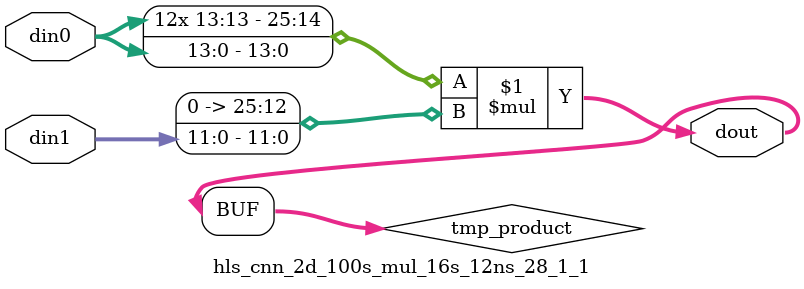
<source format=v>

`timescale 1 ns / 1 ps

  module hls_cnn_2d_100s_mul_16s_12ns_28_1_1(din0, din1, dout);
parameter ID = 1;
parameter NUM_STAGE = 0;
parameter din0_WIDTH = 14;
parameter din1_WIDTH = 12;
parameter dout_WIDTH = 26;

input [din0_WIDTH - 1 : 0] din0; 
input [din1_WIDTH - 1 : 0] din1; 
output [dout_WIDTH - 1 : 0] dout;

wire signed [dout_WIDTH - 1 : 0] tmp_product;












assign tmp_product = $signed(din0) * $signed({1'b0, din1});









assign dout = tmp_product;







endmodule

</source>
